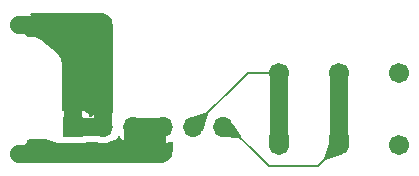
<source format=gbr>
%TF.GenerationSoftware,KiCad,Pcbnew,8.0.8+dfsg-1*%
%TF.CreationDate,2025-07-13T00:01:04+05:30*%
%TF.ProjectId,resistor_board,72657369-7374-46f7-925f-626f6172642e,rev?*%
%TF.SameCoordinates,Original*%
%TF.FileFunction,Copper,L1,Top*%
%TF.FilePolarity,Positive*%
%FSLAX46Y46*%
G04 Gerber Fmt 4.6, Leading zero omitted, Abs format (unit mm)*
G04 Created by KiCad (PCBNEW 8.0.8+dfsg-1) date 2025-07-13 00:01:04*
%MOMM*%
%LPD*%
G01*
G04 APERTURE LIST*
%TA.AperFunction,ComponentPad*%
%ADD10R,1.700000X1.700000*%
%TD*%
%TA.AperFunction,ComponentPad*%
%ADD11O,1.700000X1.700000*%
%TD*%
%TA.AperFunction,ComponentPad*%
%ADD12C,1.530000*%
%TD*%
%TA.AperFunction,ComponentPad*%
%ADD13C,1.701800*%
%TD*%
%TA.AperFunction,Conductor*%
%ADD14C,1.500000*%
%TD*%
%TA.AperFunction,Conductor*%
%ADD15C,0.200000*%
%TD*%
G04 APERTURE END LIST*
D10*
%TO.P,J1,1,Pin_1*%
%TO.N,/BurnWireIN*%
X123535100Y-73385552D03*
D11*
%TO.P,J1,2,Pin_2*%
X126075100Y-73385552D03*
%TO.P,J1,3,Pin_3*%
%TO.N,/GND*%
X128615100Y-73385552D03*
%TO.P,J1,4,Pin_4*%
X131155100Y-73385552D03*
%TO.P,J1,5,Pin_5*%
%TO.N,/DeployerDetectionSWIN*%
X133695100Y-73385552D03*
%TO.P,J1,6,Pin_6*%
%TO.N,/DeployerDetectionSWOUT*%
X136235100Y-73385552D03*
%TD*%
D12*
%TO.P,TP1,TP*%
%TO.N,/BurnWireIN*%
X118945100Y-64685600D03*
%TD*%
D13*
%TO.P,SW1,1,A*%
%TO.N,/DeployerDetectionSWIN*%
X140965100Y-68781600D03*
%TO.P,SW1,2,B*%
%TO.N,/DeployerDetectionSWOUT*%
X146045100Y-68781600D03*
%TO.P,SW1,3,C*%
%TO.N,unconnected-(SW1-C-Pad3)*%
X151125100Y-68781600D03*
%TD*%
%TO.P,SW2,1,A*%
%TO.N,/DeployerDetectionSWIN*%
X140965100Y-74877600D03*
%TO.P,SW2,2,B*%
%TO.N,/DeployerDetectionSWOUT*%
X146045100Y-74877600D03*
%TO.P,SW2,3,C*%
%TO.N,unconnected-(SW2-C-Pad3)*%
X151125100Y-74877600D03*
%TD*%
D12*
%TO.P,TP2,TP*%
%TO.N,/GND*%
X118945100Y-75685600D03*
%TD*%
D14*
%TO.N,/BurnWireIN*%
X123535100Y-73385552D02*
X126075100Y-73385552D01*
%TO.N,/GND*%
X128615100Y-73385552D02*
X131155100Y-73385552D01*
X128615100Y-75482600D02*
X126516100Y-75482600D01*
X126516100Y-75482600D02*
X126313100Y-75685600D01*
X131155100Y-73385552D02*
X129028052Y-75512600D01*
X129028052Y-75512600D02*
X128645100Y-75512600D01*
X128615100Y-75482600D02*
X128645100Y-75512600D01*
X128615100Y-73385552D02*
X128615100Y-75482600D01*
D15*
%TO.N,/DeployerDetectionSWIN*%
X133695100Y-73385552D02*
X138299052Y-68781600D01*
X138299052Y-68781600D02*
X140965100Y-68781600D01*
D14*
X140965100Y-68985600D02*
X140965100Y-74785600D01*
%TO.N,/BurnWireIN*%
X120571446Y-64685600D02*
X118945100Y-64685600D01*
D15*
%TO.N,/DeployerDetectionSWOUT*%
X144267100Y-76655600D02*
X146045100Y-74877600D01*
D14*
X146045100Y-68985600D02*
X146045100Y-74785600D01*
D15*
X136065100Y-72645600D02*
X140075100Y-76655600D01*
X140075100Y-76655600D02*
X144267100Y-76655600D01*
D14*
%TO.N,/GND*%
X118945100Y-75685600D02*
X126313100Y-75685600D01*
%TO.N,/BurnWireIN*%
X126075100Y-71432470D02*
X126075100Y-73385552D01*
X125964230Y-71321600D02*
X126075100Y-71432470D01*
X123535100Y-73385552D02*
X123535100Y-71351600D01*
X123535100Y-71351600D02*
X123565100Y-71321600D01*
%TD*%
%TA.AperFunction,Conductor*%
%TO.N,/GND*%
G36*
X131405100Y-74716185D02*
G01*
X131618583Y-74658985D01*
X131618592Y-74658982D01*
X131770695Y-74588055D01*
X131839772Y-74577563D01*
X131903556Y-74606083D01*
X131941796Y-74664559D01*
X131947100Y-74700437D01*
X131947100Y-75395507D01*
X131946503Y-75407661D01*
X131929082Y-75584534D01*
X131924340Y-75608375D01*
X131874524Y-75772598D01*
X131865221Y-75795056D01*
X131784327Y-75946398D01*
X131770822Y-75966610D01*
X131661954Y-76099266D01*
X131644766Y-76116454D01*
X131512110Y-76225322D01*
X131491898Y-76238827D01*
X131340556Y-76319721D01*
X131318098Y-76329024D01*
X131153875Y-76378840D01*
X131130034Y-76383582D01*
X130953161Y-76401003D01*
X130941007Y-76401600D01*
X120201638Y-76401600D01*
X120134599Y-76381915D01*
X120088844Y-76329111D01*
X120078900Y-76259953D01*
X120089256Y-76225196D01*
X120138349Y-76119914D01*
X120138354Y-76119900D01*
X120195638Y-75906109D01*
X120195640Y-75906099D01*
X120214932Y-75685600D01*
X120214932Y-75685599D01*
X120195640Y-75465100D01*
X120195638Y-75465090D01*
X120138354Y-75251299D01*
X120138350Y-75251290D01*
X120044806Y-75050684D01*
X119998994Y-74985257D01*
X119436227Y-75548023D01*
X119420345Y-75488747D01*
X119353202Y-75372453D01*
X119258247Y-75277498D01*
X119141953Y-75210355D01*
X119082673Y-75194471D01*
X119645441Y-74631704D01*
X119644742Y-74623708D01*
X119614742Y-74586177D01*
X119607548Y-74516679D01*
X119639071Y-74454324D01*
X119693492Y-74420519D01*
X119786332Y-74392357D01*
X119810156Y-74387618D01*
X119987039Y-74370197D01*
X119999193Y-74369600D01*
X120887059Y-74369600D01*
X120895307Y-74369875D01*
X121015664Y-74377898D01*
X121032012Y-74380087D01*
X121064407Y-74386643D01*
X121150266Y-74404019D01*
X121158251Y-74405913D01*
X122267649Y-74708477D01*
X122423466Y-74737940D01*
X122581982Y-74742401D01*
X122702646Y-74736213D01*
X122708924Y-74736051D01*
X124432972Y-74736051D01*
X124492583Y-74729643D01*
X124627431Y-74679348D01*
X124652228Y-74660785D01*
X124717692Y-74636368D01*
X124726539Y-74636052D01*
X125533759Y-74636052D01*
X125586163Y-74647670D01*
X125611430Y-74659452D01*
X125611432Y-74659452D01*
X125611437Y-74659455D01*
X125611442Y-74659456D01*
X125611444Y-74659457D01*
X125666385Y-74674178D01*
X125839692Y-74720615D01*
X126016134Y-74736052D01*
X126075099Y-74741211D01*
X126075100Y-74741211D01*
X126075101Y-74741211D01*
X126134066Y-74736052D01*
X126310508Y-74720615D01*
X126538763Y-74659455D01*
X126752930Y-74559587D01*
X126753552Y-74559152D01*
X126759441Y-74555027D01*
X126777610Y-74542305D01*
X126826796Y-74521833D01*
X126953897Y-74498986D01*
X127091937Y-74435489D01*
X127209664Y-74339431D01*
X127299567Y-74216938D01*
X127305120Y-74203030D01*
X127348257Y-74148071D01*
X127414262Y-74125157D01*
X127482178Y-74141565D01*
X127521853Y-74177887D01*
X127576990Y-74256630D01*
X127744017Y-74423657D01*
X127937521Y-74559152D01*
X128151607Y-74658981D01*
X128151616Y-74658985D01*
X128365100Y-74716186D01*
X128365100Y-73818564D01*
X128422107Y-73851477D01*
X128549274Y-73885552D01*
X128680926Y-73885552D01*
X128808093Y-73851477D01*
X128865100Y-73818564D01*
X128865100Y-74716185D01*
X129078583Y-74658985D01*
X129078592Y-74658981D01*
X129292678Y-74559152D01*
X129486182Y-74423657D01*
X129653205Y-74256634D01*
X129783525Y-74070520D01*
X129838102Y-74026896D01*
X129907601Y-74019703D01*
X129969955Y-74051225D01*
X129986675Y-74070520D01*
X130116994Y-74256634D01*
X130284017Y-74423657D01*
X130477521Y-74559152D01*
X130691607Y-74658981D01*
X130691616Y-74658985D01*
X130905100Y-74716186D01*
X130905100Y-73818564D01*
X130962107Y-73851477D01*
X131089274Y-73885552D01*
X131220926Y-73885552D01*
X131348093Y-73851477D01*
X131405100Y-73818564D01*
X131405100Y-74716185D01*
G37*
%TD.AperFunction*%
%TA.AperFunction,Conductor*%
G36*
X130655100Y-73451378D02*
G01*
X130689175Y-73578545D01*
X130722088Y-73635552D01*
X129048112Y-73635552D01*
X129081025Y-73578545D01*
X129115100Y-73451378D01*
X129115100Y-73353600D01*
X130655100Y-73353600D01*
X130655100Y-73451378D01*
G37*
%TD.AperFunction*%
%TD*%
%TA.AperFunction,Conductor*%
%TO.N,/BurnWireIN*%
G36*
X125609175Y-73192559D02*
G01*
X125575100Y-73319726D01*
X125575100Y-73451378D01*
X125609175Y-73578545D01*
X125642088Y-73635552D01*
X123968112Y-73635552D01*
X124001025Y-73578545D01*
X124035100Y-73451378D01*
X124035100Y-73319726D01*
X124001025Y-73192559D01*
X123968112Y-73135552D01*
X125642088Y-73135552D01*
X125609175Y-73192559D01*
G37*
%TD.AperFunction*%
%TA.AperFunction,Conductor*%
G36*
X125873161Y-63702197D02*
G01*
X126050041Y-63719618D01*
X126073869Y-63724357D01*
X126238101Y-63774176D01*
X126260553Y-63783477D01*
X126411898Y-63864372D01*
X126432110Y-63877877D01*
X126564766Y-63986745D01*
X126581954Y-64003933D01*
X126690822Y-64136589D01*
X126704327Y-64156801D01*
X126785221Y-64308143D01*
X126794524Y-64330601D01*
X126844340Y-64494824D01*
X126849082Y-64518665D01*
X126866503Y-64695538D01*
X126867100Y-64707692D01*
X126867100Y-72070666D01*
X126847415Y-72137705D01*
X126794611Y-72183460D01*
X126725453Y-72193404D01*
X126690696Y-72183048D01*
X126538597Y-72112123D01*
X126538586Y-72112119D01*
X126325100Y-72054916D01*
X126325100Y-72952540D01*
X126268093Y-72919627D01*
X126140926Y-72885552D01*
X126009274Y-72885552D01*
X125882107Y-72919627D01*
X125825100Y-72952540D01*
X125825100Y-72054916D01*
X125825099Y-72054916D01*
X125611613Y-72112119D01*
X125611607Y-72112122D01*
X125397522Y-72211951D01*
X125397520Y-72211952D01*
X125204026Y-72347438D01*
X125081577Y-72469887D01*
X125020254Y-72503371D01*
X124950562Y-72498387D01*
X124894629Y-72456515D01*
X124877714Y-72425538D01*
X124828454Y-72293465D01*
X124828450Y-72293458D01*
X124742290Y-72178364D01*
X124742287Y-72178361D01*
X124627193Y-72092201D01*
X124627186Y-72092197D01*
X124492479Y-72041955D01*
X124492472Y-72041953D01*
X124432944Y-72035552D01*
X123785100Y-72035552D01*
X123785100Y-72952540D01*
X123728093Y-72919627D01*
X123600926Y-72885552D01*
X123469274Y-72885552D01*
X123342107Y-72919627D01*
X123285100Y-72952540D01*
X123285100Y-72035552D01*
X122673100Y-72035552D01*
X122606061Y-72015867D01*
X122560306Y-71963063D01*
X122549100Y-71911552D01*
X122549100Y-67965367D01*
X122549099Y-67965350D01*
X122526504Y-67753988D01*
X122526502Y-67753981D01*
X122459733Y-67552152D01*
X122351808Y-67368995D01*
X122207605Y-67212792D01*
X120799869Y-65981023D01*
X120654748Y-65875440D01*
X120654749Y-65875440D01*
X120654747Y-65875439D01*
X120493090Y-65797496D01*
X120320109Y-65749704D01*
X120320108Y-65749703D01*
X120141365Y-65733600D01*
X119755100Y-65733600D01*
X119624872Y-65718926D01*
X119082674Y-65176728D01*
X119141953Y-65160845D01*
X119258247Y-65093702D01*
X119353202Y-64998747D01*
X119420345Y-64882453D01*
X119436228Y-64823174D01*
X119998995Y-65385941D01*
X120044805Y-65320519D01*
X120044809Y-65320511D01*
X120138349Y-65119914D01*
X120138354Y-65119900D01*
X120195638Y-64906109D01*
X120195640Y-64906099D01*
X120214932Y-64685600D01*
X120214932Y-64685599D01*
X120195640Y-64465100D01*
X120195638Y-64465090D01*
X120138354Y-64251299D01*
X120138350Y-64251290D01*
X120044806Y-64050684D01*
X119937002Y-63896724D01*
X119914675Y-63830518D01*
X119931685Y-63762750D01*
X119982633Y-63714937D01*
X120038577Y-63701600D01*
X125861007Y-63701600D01*
X125873161Y-63702197D01*
G37*
%TD.AperFunction*%
%TD*%
%TA.AperFunction,Conductor*%
%TO.N,/DeployerDetectionSWIN*%
G36*
X134828537Y-72115681D02*
G01*
X134831590Y-72117879D01*
X134962772Y-72249061D01*
X134966199Y-72257334D01*
X134965594Y-72261047D01*
X134484375Y-73698948D01*
X134478500Y-73705706D01*
X134469567Y-73706330D01*
X134468814Y-73706049D01*
X133698885Y-73388114D01*
X133692547Y-73381790D01*
X133374602Y-72611836D01*
X133374611Y-72602882D01*
X133380950Y-72596557D01*
X133381681Y-72596283D01*
X134819606Y-72115057D01*
X134828537Y-72115681D01*
G37*
%TD.AperFunction*%
%TD*%
%TA.AperFunction,Conductor*%
%TO.N,/DeployerDetectionSWIN*%
G36*
X141712347Y-73179227D02*
G01*
X141715753Y-73186808D01*
X141815266Y-74865222D01*
X141812335Y-74873683D01*
X141804279Y-74877593D01*
X141803601Y-74877614D01*
X140965114Y-74878599D01*
X140965086Y-74878599D01*
X140126598Y-74877614D01*
X140118329Y-74874177D01*
X140114912Y-74865900D01*
X140114932Y-74865253D01*
X140214447Y-73186807D01*
X140218357Y-73178752D01*
X140226126Y-73175800D01*
X141704074Y-73175800D01*
X141712347Y-73179227D01*
G37*
%TD.AperFunction*%
%TD*%
%TA.AperFunction,Conductor*%
%TO.N,/DeployerDetectionSWOUT*%
G36*
X145270541Y-74556753D02*
G01*
X146041315Y-74875038D01*
X146047652Y-74881361D01*
X146047662Y-74881385D01*
X146365941Y-75652144D01*
X146365932Y-75661099D01*
X146359593Y-75667424D01*
X146358840Y-75667705D01*
X144919323Y-76149366D01*
X144910390Y-76148742D01*
X144907337Y-76146544D01*
X144776155Y-76015362D01*
X144772728Y-76007089D01*
X144773332Y-76003380D01*
X145254995Y-74563857D01*
X145260869Y-74557101D01*
X145269802Y-74556477D01*
X145270541Y-74556753D01*
G37*
%TD.AperFunction*%
%TD*%
%TA.AperFunction,Conductor*%
%TO.N,/DeployerDetectionSWOUT*%
G36*
X146792347Y-73179227D02*
G01*
X146795753Y-73186808D01*
X146895266Y-74865222D01*
X146892335Y-74873683D01*
X146884279Y-74877593D01*
X146883601Y-74877614D01*
X146045114Y-74878599D01*
X146045086Y-74878599D01*
X145206598Y-74877614D01*
X145198329Y-74874177D01*
X145194912Y-74865900D01*
X145194932Y-74865253D01*
X145294447Y-73186807D01*
X145298357Y-73178752D01*
X145306126Y-73175800D01*
X146784074Y-73175800D01*
X146792347Y-73179227D01*
G37*
%TD.AperFunction*%
%TD*%
%TA.AperFunction,Conductor*%
%TO.N,/DeployerDetectionSWOUT*%
G36*
X137020264Y-73064032D02*
G01*
X137025659Y-73068576D01*
X137705376Y-74141555D01*
X137706908Y-74150378D01*
X137703765Y-74156089D01*
X137572596Y-74287258D01*
X137564323Y-74290685D01*
X137563838Y-74290675D01*
X136246305Y-74236016D01*
X136238181Y-74232249D01*
X136235090Y-74224337D01*
X136234399Y-73392677D01*
X136237819Y-73384403D01*
X136241631Y-73381855D01*
X137011311Y-73064023D01*
X137020264Y-73064032D01*
G37*
%TD.AperFunction*%
%TD*%
M02*

</source>
